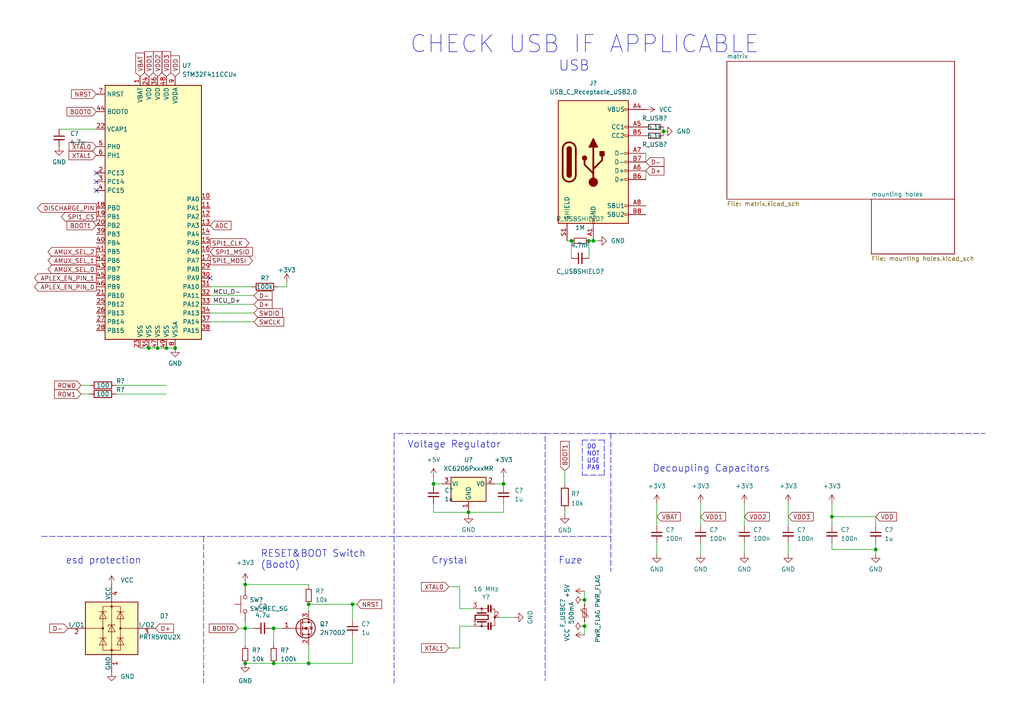
<source format=kicad_sch>
(kicad_sch (version 20211123) (generator eeschema)
  (paper "A4")
  (lib_symbols
    (symbol "Connector:USB_C_Receptacle_USB2.0" (pin_names (offset 1.016))
      (property "Reference" "J" (at -10.16 19.05 0))
      (property "Value" "USB_C_Receptacle_USB2.0" (at 19.05 19.05 0))
      (symbol "USB_C_Receptacle_USB2.0_0_0"
        (rectangle (start -0.254 -17.78) (end 0.254 -16.764))
        (rectangle (start 10.16 -14.986) (end 9.144 -15.494))
        (rectangle (start 10.16 -12.446) (end 9.144 -12.954))
        (rectangle (start 10.16 -4.826) (end 9.144 -5.334))
        (rectangle (start 10.16 -2.286) (end 9.144 -2.794))
        (rectangle (start 10.16 0.254) (end 9.144 -0.254))
        (rectangle (start 10.16 2.794) (end 9.144 2.286))
        (rectangle (start 10.16 7.874) (end 9.144 7.366))
        (rectangle (start 10.16 10.414) (end 9.144 9.906))
        (rectangle (start 10.16 15.494) (end 9.144 14.986))
      )
      (symbol "USB_C_Receptacle_USB2.0_0_1"
        (rectangle (start -10.16 17.78) (end 10.16 -17.78) (stroke (width 0.254)) (fill (type background)))
        (arc (start -8.89 -3.81) (mid -6.985 -5.715) (end -5.08 -3.81) (stroke (width 0.508)))
        (arc (start -7.62 -3.81) (mid -6.985 -4.445) (end -6.35 -3.81) (stroke (width 0.254)))
        (arc (start -7.62 -3.81) (mid -6.985 -4.445) (end -6.35 -3.81) (stroke (width 0.254)) (fill (type outline)))
        (rectangle (start -7.62 -3.81) (end -6.35 3.81) (stroke (width 0.254)) (fill (type outline)))
        (arc (start -6.35 3.81) (mid -6.985 4.445) (end -7.62 3.81) (stroke (width 0.254)))
        (arc (start -6.35 3.81) (mid -6.985 4.445) (end -7.62 3.81) (stroke (width 0.254)) (fill (type outline)))
        (arc (start -5.08 3.81) (mid -6.985 5.715) (end -8.89 3.81) (stroke (width 0.508)))
        (circle (center -2.54 1.143) (radius 0.635) (stroke (width 0.254)) (fill (type outline)))
        (circle (center 0 -5.842) (radius 1.27) (fill (type outline)))
        (polyline (pts (xy -8.89 -3.81) (xy -8.89 3.81)) (stroke (width 0.508)))
        (polyline (pts (xy -5.08 3.81) (xy -5.08 -3.81)) (stroke (width 0.508)))
        (polyline (pts (xy 0 -5.842) (xy 0 4.318)) (stroke (width 0.508)))
        (polyline (pts (xy 0 -3.302) (xy -2.54 -0.762) (xy -2.54 0.508)) (stroke (width 0.508)))
        (polyline (pts (xy 0 -2.032) (xy 2.54 0.508) (xy 2.54 1.778)) (stroke (width 0.508)))
        (polyline (pts (xy -1.27 4.318) (xy 0 6.858) (xy 1.27 4.318) (xy -1.27 4.318)) (stroke (width 0.254)) (fill (type outline)))
        (rectangle (start 1.905 1.778) (end 3.175 3.048) (stroke (width 0.254)) (fill (type outline)))
      )
      (symbol "USB_C_Receptacle_USB2.0_1_1"
        (pin passive line (at 0 -22.86 90) (length 5.08) (name "GND") (number "A1"))
        (pin passive line (at 0 -22.86 90) (length 5.08) hide (name "GND") (number "A12"))
        (pin passive line (at 15.24 15.24 180) (length 5.08) (name "VBUS") (number "A4"))
        (pin bidirectional line (at 15.24 10.16 180) (length 5.08) (name "CC1") (number "A5"))
        (pin bidirectional line (at 15.24 -2.54 180) (length 5.08) (name "D+") (number "A6"))
        (pin bidirectional line (at 15.24 2.54 180) (length 5.08) (name "D-") (number "A7"))
        (pin bidirectional line (at 15.24 -12.7 180) (length 5.08) (name "SBU1") (number "A8"))
        (pin passive line (at 15.24 15.24 180) (length 5.08) hide (name "VBUS") (number "A9"))
        (pin passive line (at 0 -22.86 90) (length 5.08) hide (name "GND") (number "B1"))
        (pin passive line (at 0 -22.86 90) (length 5.08) hide (name "GND") (number "B12"))
        (pin passive line (at 15.24 15.24 180) (length 5.08) hide (name "VBUS") (number "B4"))
        (pin bidirectional line (at 15.24 7.62 180) (length 5.08) (name "CC2") (number "B5"))
        (pin bidirectional line (at 15.24 -5.08 180) (length 5.08) (name "D+") (number "B6"))
        (pin bidirectional line (at 15.24 0 180) (length 5.08) (name "D-") (number "B7"))
        (pin bidirectional line (at 15.24 -15.24 180) (length 5.08) (name "SBU2") (number "B8"))
        (pin passive line (at 15.24 15.24 180) (length 5.08) hide (name "VBUS") (number "B9"))
        (pin passive line (at -7.62 -22.86 90) (length 5.08) (name "SHIELD") (number "S1"))
      )
    )
    (symbol "Device:C_Small" (pin_numbers hide) (pin_names (offset 0.254) hide)
      (property "Reference" "C" (at 0.254 1.778 0))
      (property "Value" "C_Small" (at 0.254 -2.032 0))
      (symbol "C_Small_0_1"
        (polyline (pts (xy -1.524 -0.508) (xy 1.524 -0.508)) (stroke (width 0.3302)))
        (polyline (pts (xy -1.524 0.508) (xy 1.524 0.508)) (stroke (width 0.3048)))
      )
      (symbol "C_Small_1_1"
        (pin passive line (at 0 2.54 270) (length 2.032) (name "~") (number "1"))
        (pin passive line (at 0 -2.54 90) (length 2.032) (name "~") (number "2"))
      )
    )
    (symbol "Device:Polyfuse_Small" (pin_numbers hide) (pin_names (offset 0))
      (property "Reference" "F" (at -1.905 0 90))
      (property "Value" "Polyfuse_Small" (at 1.905 0 90))
      (symbol "Polyfuse_Small_0_1"
        (rectangle (start -0.508 1.27) (end 0.508 -1.27))
        (polyline (pts (xy 0 2.54) (xy 0 -2.54)))
        (polyline (pts (xy -1.016 1.27) (xy -1.016 0.762) (xy 1.016 -0.762) (xy 1.016 -1.27)))
      )
      (symbol "Polyfuse_Small_1_1"
        (pin passive line (at 0 2.54 270) (length 0.635) (name "~") (number "1"))
        (pin passive line (at 0 -2.54 90) (length 0.635) (name "~") (number "2"))
      )
    )
    (symbol "Device:R" (pin_numbers hide) (pin_names (offset 0))
      (property "Reference" "R" (at 2.032 0 90))
      (property "Value" "R" (at 0 0 90))
      (symbol "R_0_1"
        (rectangle (start -1.016 -2.54) (end 1.016 2.54) (stroke (width 0.254)))
      )
      (symbol "R_1_1"
        (pin passive line (at 0 3.81 270) (length 1.27) (name "~") (number "1"))
        (pin passive line (at 0 -3.81 90) (length 1.27) (name "~") (number "2"))
      )
    )
    (symbol "Device:R_Small" (pin_numbers hide) (pin_names (offset 0.254) hide)
      (property "Reference" "R" (at 0.762 0.508 0))
      (property "Value" "R_Small" (at 0.762 -1.016 0))
      (symbol "R_Small_0_1"
        (rectangle (start -0.762 1.778) (end 0.762 -1.778) (stroke (width 0.2032)))
      )
      (symbol "R_Small_1_1"
        (pin passive line (at 0 2.54 270) (length 0.762) (name "~") (number "1"))
        (pin passive line (at 0 -2.54 90) (length 0.762) (name "~") (number "2"))
      )
    )
    (symbol "Device:Resonator_Small" (pin_names (offset 1.016) hide)
      (property "Reference" "Y" (at 3.175 1.905 0))
      (property "Value" "Resonator_Small" (at 3.175 0 0))
      (symbol "Resonator_Small_0_1"
        (rectangle (start -3.556 -2.54) (end -1.524 -2.794) (fill (type outline)))
        (rectangle (start -3.556 -1.778) (end -1.524 -2.032) (fill (type outline)))
        (circle (center -2.54 0) (radius 0.254) (fill (type outline)))
        (rectangle (start -0.635 1.905) (end 0.635 -1.905) (stroke (width 0.3048)))
        (circle (center 0 -3.81) (radius 0.254) (fill (type outline)))
        (polyline (pts (xy -2.54 -1.778) (xy -2.54 0)))
        (polyline (pts (xy -2.54 0) (xy -1.397 0)))
        (polyline (pts (xy -2.54 1.27) (xy -2.54 0)))
        (polyline (pts (xy -1.27 -1.27) (xy -1.27 1.27)) (stroke (width 0.381)))
        (polyline (pts (xy 1.27 -1.27) (xy 1.27 1.27)) (stroke (width 0.381)))
        (polyline (pts (xy 1.27 0) (xy 2.54 0)))
        (polyline (pts (xy 2.54 0) (xy 2.54 -1.778)))
        (polyline (pts (xy 2.54 1.27) (xy 2.54 0)))
        (polyline (pts (xy 2.413 -2.794) (xy 2.413 -3.81) (xy -2.413 -3.81) (xy -2.413 -2.667)))
        (rectangle (start 1.524 -2.54) (end 3.556 -2.794) (fill (type outline)))
        (rectangle (start 1.524 -1.778) (end 3.556 -2.032) (fill (type outline)))
        (circle (center 2.54 0) (radius 0.254) (fill (type outline)))
      )
      (symbol "Resonator_Small_1_1"
        (pin passive line (at -2.54 2.54 270) (length 1.27) (name "1") (number "1"))
        (pin passive line (at 0 -5.08 90) (length 1.27) (name "2") (number "2"))
        (pin passive line (at 2.54 2.54 270) (length 1.27) (name "3") (number "3"))
      )
    )
    (symbol "MCU_ST_STM32F4:STM32F411CCUx"
      (property "Reference" "U" (at -15.24 36.83 0))
      (property "Value" "STM32F411CCUx" (at 7.62 36.83 0))
      (symbol "STM32F411CCUx_0_1"
        (rectangle (start -15.24 -38.1) (end 12.7 35.56) (stroke (width 0.254)) (fill (type background)))
      )
      (symbol "STM32F411CCUx_1_1"
        (pin power_in line (at -5.08 38.1 270) (length 2.54) (name "VBAT") (number "1"))
        (pin bidirectional line (at 15.24 2.54 180) (length 2.54) (name "PA0") (number "10"))
        (pin bidirectional line (at 15.24 0 180) (length 2.54) (name "PA1") (number "11"))
        (pin bidirectional line (at 15.24 -2.54 180) (length 2.54) (name "PA2") (number "12"))
        (pin bidirectional line (at 15.24 -5.08 180) (length 2.54) (name "PA3") (number "13"))
        (pin bidirectional line (at 15.24 -7.62 180) (length 2.54) (name "PA4") (number "14"))
        (pin bidirectional line (at 15.24 -10.16 180) (length 2.54) (name "PA5") (number "15"))
        (pin bidirectional line (at 15.24 -12.7 180) (length 2.54) (name "PA6") (number "16"))
        (pin bidirectional line (at 15.24 -15.24 180) (length 2.54) (name "PA7") (number "17"))
        (pin bidirectional line (at -17.78 0 0) (length 2.54) (name "PB0") (number "18"))
        (pin bidirectional line (at -17.78 -2.54 0) (length 2.54) (name "PB1") (number "19"))
        (pin bidirectional line (at -17.78 10.16 0) (length 2.54) (name "PC13") (number "2"))
        (pin bidirectional line (at -17.78 -5.08 0) (length 2.54) (name "PB2") (number "20"))
        (pin bidirectional line (at -17.78 -25.4 0) (length 2.54) (name "PB10") (number "21"))
        (pin power_in line (at -17.78 22.86 0) (length 2.54) (name "VCAP1") (number "22"))
        (pin power_in line (at -5.08 -40.64 90) (length 2.54) (name "VSS") (number "23"))
        (pin power_in line (at -2.54 38.1 270) (length 2.54) (name "VDD") (number "24"))
        (pin bidirectional line (at -17.78 -27.94 0) (length 2.54) (name "PB12") (number "25"))
        (pin bidirectional line (at -17.78 -30.48 0) (length 2.54) (name "PB13") (number "26"))
        (pin bidirectional line (at -17.78 -33.02 0) (length 2.54) (name "PB14") (number "27"))
        (pin bidirectional line (at -17.78 -35.56 0) (length 2.54) (name "PB15") (number "28"))
        (pin bidirectional line (at 15.24 -17.78 180) (length 2.54) (name "PA8") (number "29"))
        (pin bidirectional line (at -17.78 7.62 0) (length 2.54) (name "PC14") (number "3"))
        (pin bidirectional line (at 15.24 -20.32 180) (length 2.54) (name "PA9") (number "30"))
        (pin bidirectional line (at 15.24 -22.86 180) (length 2.54) (name "PA10") (number "31"))
        (pin bidirectional line (at 15.24 -25.4 180) (length 2.54) (name "PA11") (number "32"))
        (pin bidirectional line (at 15.24 -27.94 180) (length 2.54) (name "PA12") (number "33"))
        (pin bidirectional line (at 15.24 -30.48 180) (length 2.54) (name "PA13") (number "34"))
        (pin power_in line (at -2.54 -40.64 90) (length 2.54) (name "VSS") (number "35"))
        (pin power_in line (at 0 38.1 270) (length 2.54) (name "VDD") (number "36"))
        (pin bidirectional line (at 15.24 -33.02 180) (length 2.54) (name "PA14") (number "37"))
        (pin bidirectional line (at 15.24 -35.56 180) (length 2.54) (name "PA15") (number "38"))
        (pin bidirectional line (at -17.78 -7.62 0) (length 2.54) (name "PB3") (number "39"))
        (pin bidirectional line (at -17.78 5.08 0) (length 2.54) (name "PC15") (number "4"))
        (pin bidirectional line (at -17.78 -10.16 0) (length 2.54) (name "PB4") (number "40"))
        (pin bidirectional line (at -17.78 -12.7 0) (length 2.54) (name "PB5") (number "41"))
        (pin bidirectional line (at -17.78 -15.24 0) (length 2.54) (name "PB6") (number "42"))
        (pin bidirectional line (at -17.78 -17.78 0) (length 2.54) (name "PB7") (number "43"))
        (pin input line (at -17.78 27.94 0) (length 2.54) (name "BOOT0") (number "44"))
        (pin bidirectional line (at -17.78 -20.32 0) (length 2.54) (name "PB8") (number "45"))
        (pin bidirectional line (at -17.78 -22.86 0) (length 2.54) (name "PB9") (number "46"))
        (pin power_in line (at 0 -40.64 90) (length 2.54) (name "VSS") (number "47"))
        (pin power_in line (at 2.54 38.1 270) (length 2.54) (name "VDD") (number "48"))
        (pin power_in line (at 2.54 -40.64 90) (length 2.54) (name "VSS") (number "49"))
        (pin input line (at -17.78 17.78 0) (length 2.54) (name "PH0") (number "5"))
        (pin input line (at -17.78 15.24 0) (length 2.54) (name "PH1") (number "6"))
        (pin input line (at -17.78 33.02 0) (length 2.54) (name "NRST") (number "7"))
        (pin power_in line (at 5.08 -40.64 90) (length 2.54) (name "VSSA") (number "8"))
        (pin power_in line (at 5.08 38.1 270) (length 2.54) (name "VDDA") (number "9"))
      )
    )
    (symbol "Power_Protection:PRTR5V0U2X" (pin_names (offset 0))
      (property "Reference" "D" (at 2.794 8.636 0))
      (property "Value" "PRTR5V0U2X" (at 8.128 -9.398 0))
      (symbol "PRTR5V0U2X_0_1"
        (rectangle (start -7.62 -7.62) (end 7.62 7.62) (stroke (width 0.254)) (fill (type background)))
        (circle (center -2.54 0) (radius 0.254) (fill (type outline)))
        (rectangle (start -2.54 6.35) (end 2.54 -6.35))
        (circle (center 0 -6.35) (radius 0.254) (fill (type outline)))
        (polyline (pts (xy -2.54 0) (xy -7.62 0)))
        (polyline (pts (xy -1.524 -2.794) (xy -3.556 -2.794)))
        (polyline (pts (xy -1.524 4.826) (xy -3.556 4.826)))
        (polyline (pts (xy 0 -7.62) (xy 0 7.62)))
        (polyline (pts (xy 1.524 -2.794) (xy 3.556 -2.794)))
        (polyline (pts (xy 1.524 4.826) (xy 3.556 4.826)))
        (polyline (pts (xy 2.54 0) (xy 7.62 0)))
        (polyline (pts (xy 1.016 1.016) (xy -1.016 1.016) (xy -1.016 0.508)))
        (polyline (pts (xy -3.556 -4.826) (xy -1.524 -4.826) (xy -2.54 -2.794) (xy -3.556 -4.826)))
        (polyline (pts (xy -3.556 2.794) (xy -1.524 2.794) (xy -2.54 4.826) (xy -3.556 2.794)))
        (polyline (pts (xy -1.016 -1.016) (xy 1.016 -1.016) (xy 0 1.016) (xy -1.016 -1.016)))
        (polyline (pts (xy 3.556 -4.826) (xy 1.524 -4.826) (xy 2.54 -2.794) (xy 3.556 -4.826)))
        (polyline (pts (xy 3.556 2.794) (xy 1.524 2.794) (xy 2.54 4.826) (xy 3.556 2.794)))
        (circle (center 0 6.35) (radius 0.254) (fill (type outline)))
        (circle (center 2.54 0) (radius 0.254) (fill (type outline)))
      )
      (symbol "PRTR5V0U2X_1_1"
        (pin passive line (at 0 -12.7 90) (length 5.08) (name "GND") (number "1"))
        (pin passive line (at -12.7 0 0) (length 5.08) (name "I/O1") (number "2"))
        (pin passive line (at 12.7 0 180) (length 5.08) (name "I/O2") (number "3"))
        (pin passive line (at 0 12.7 270) (length 5.08) (name "VCC") (number "4"))
      )
    )
    (symbol "Regulator_Linear:XC6206PxxxMR" (pin_names (offset 0.254))
      (property "Reference" "U" (at -3.81 3.175 0))
      (property "Value" "XC6206PxxxMR" (at 0 3.175 0))
      (symbol "XC6206PxxxMR_0_1"
        (rectangle (start -5.08 1.905) (end 5.08 -5.08) (stroke (width 0.254)) (fill (type background)))
      )
      (symbol "XC6206PxxxMR_1_1"
        (pin power_in line (at 0 -7.62 90) (length 2.54) (name "GND") (number "1"))
        (pin power_out line (at 7.62 0 180) (length 2.54) (name "VO") (number "2"))
        (pin power_in line (at -7.62 0 0) (length 2.54) (name "VI") (number "3"))
      )
    )
    (symbol "Switch:SW_MEC_5G" (pin_numbers hide) (pin_names (offset 1.016) hide)
      (property "Reference" "SW" (at 1.27 2.54 0))
      (property "Value" "SW_MEC_5G" (at 0 -1.524 0))
      (symbol "SW_MEC_5G_0_1"
        (circle (center -2.032 0) (radius 0.508))
        (polyline (pts (xy 0 1.27) (xy 0 3.048)))
        (polyline (pts (xy 2.54 1.27) (xy -2.54 1.27)))
        (circle (center 2.032 0) (radius 0.508))
        (pin passive line (at -5.08 0 0) (length 2.54) (name "A") (number "1"))
        (pin passive line (at 5.08 0 180) (length 2.54) (name "B") (number "3"))
      )
      (symbol "SW_MEC_5G_1_1"
        (pin passive line (at -5.08 0 0) (length 2.54) hide (name "A") (number "2"))
        (pin passive line (at 5.08 0 180) (length 2.54) hide (name "B") (number "4"))
      )
    )
    (symbol "Transistor_FET:2N7002" (pin_names hide)
      (property "Reference" "Q" (at 5.08 1.905 0))
      (property "Value" "2N7002" (at 5.08 0 0))
      (symbol "2N7002_0_1"
        (polyline (pts (xy 0.254 0) (xy -2.54 0)))
        (polyline (pts (xy 0.254 1.905) (xy 0.254 -1.905)) (stroke (width 0.254)))
        (polyline (pts (xy 0.762 -1.27) (xy 0.762 -2.286)) (stroke (width 0.254)))
        (polyline (pts (xy 0.762 0.508) (xy 0.762 -0.508)) (stroke (width 0.254)))
        (polyline (pts (xy 0.762 2.286) (xy 0.762 1.27)) (stroke (width 0.254)))
        (polyline (pts (xy 2.54 2.54) (xy 2.54 1.778)))
        (polyline (pts (xy 2.54 -2.54) (xy 2.54 0) (xy 0.762 0)))
        (polyline (pts (xy 0.762 -1.778) (xy 3.302 -1.778) (xy 3.302 1.778) (xy 0.762 1.778)))
        (polyline (pts (xy 1.016 0) (xy 2.032 0.381) (xy 2.032 -0.381) (xy 1.016 0)) (fill (type outline)))
        (polyline (pts (xy 2.794 0.508) (xy 2.921 0.381) (xy 3.683 0.381) (xy 3.81 0.254)))
        (polyline (pts (xy 3.302 0.381) (xy 2.921 -0.254) (xy 3.683 -0.254) (xy 3.302 0.381)))
        (circle (center 1.651 0) (radius 2.794) (stroke (width 0.254)))
        (circle (center 2.54 -1.778) (radius 0.254) (fill (type outline)))
        (circle (center 2.54 1.778) (radius 0.254) (fill (type outline)))
      )
      (symbol "2N7002_1_1"
        (pin input line (at -5.08 0 0) (length 2.54) (name "G") (number "1"))
        (pin passive line (at 2.54 -5.08 90) (length 2.54) (name "S") (number "2"))
        (pin passive line (at 2.54 5.08 270) (length 2.54) (name "D") (number "3"))
      )
    )
    (symbol "power:+3.3V" (power) (pin_names (offset 0))
      (property "Value" "+3.3V" (at 0 3.556 0))
      (symbol "+3.3V_0_1"
        (polyline (pts (xy -0.762 1.27) (xy 0 2.54)))
        (polyline (pts (xy 0 0) (xy 0 2.54)))
        (polyline (pts (xy 0 2.54) (xy 0.762 1.27)))
      )
      (symbol "+3.3V_1_1"
        (pin power_in line (at 0 0 90) (length 0) hide (name "+3V3") (number "1"))
      )
    )
    (symbol "power:+3V3" (power) (pin_names (offset 0))
      (property "Value" "+3V3" (at 0 3.556 0))
      (symbol "+3V3_0_1"
        (polyline (pts (xy -0.762 1.27) (xy 0 2.54)))
        (polyline (pts (xy 0 0) (xy 0 2.54)))
        (polyline (pts (xy 0 2.54) (xy 0.762 1.27)))
      )
      (symbol "+3V3_1_1"
        (pin power_in line (at 0 0 90) (length 0) hide (name "+3V3") (number "1"))
      )
    )
    (symbol "power:+5V" (power) (pin_names (offset 0))
      (property "Value" "+5V" (at 0 3.556 0))
      (symbol "+5V_0_1"
        (polyline (pts (xy -0.762 1.27) (xy 0 2.54)))
        (polyline (pts (xy 0 0) (xy 0 2.54)))
        (polyline (pts (xy 0 2.54) (xy 0.762 1.27)))
      )
      (symbol "+5V_1_1"
        (pin power_in line (at 0 0 90) (length 0) hide (name "+5V") (number "1"))
      )
    )
    (symbol "power:GND" (power) (pin_names (offset 0))
      (property "Value" "GND" (at 0 -3.81 0))
      (symbol "GND_0_1"
        (polyline (pts (xy 0 0) (xy 0 -1.27) (xy 1.27 -1.27) (xy 0 -2.54) (xy -1.27 -1.27) (xy 0 -1.27)))
      )
      (symbol "GND_1_1"
        (pin power_in line (at 0 0 270) (length 0) hide (name "GND") (number "1"))
      )
    )
    (symbol "power:PWR_FLAG" (power) (pin_numbers hide) (pin_names (offset 0) hide)
      (property "Value" "PWR_FLAG" (at 0 3.81 0))
      (symbol "PWR_FLAG_0_0"
        (pin power_out line (at 0 0 90) (length 0) (name "pwr") (number "1"))
      )
      (symbol "PWR_FLAG_0_1"
        (polyline (pts (xy 0 0) (xy 0 1.27) (xy -1.016 1.905) (xy 0 2.54) (xy 1.016 1.905) (xy 0 1.27)))
      )
    )
    (symbol "power:VCC" (power) (pin_names (offset 0))
      (property "Value" "VCC" (at 0 3.81 0))
      (symbol "VCC_0_1"
        (polyline (pts (xy -0.762 1.27) (xy 0 2.54)))
        (polyline (pts (xy 0 0) (xy 0 2.54)))
        (polyline (pts (xy 0 2.54) (xy 0.762 1.27)))
      )
      (symbol "VCC_1_1"
        (pin power_in line (at 0 0 90) (length 0) hide (name "VCC") (number "1"))
      )
    )
  )
  (junction (at 170.815 69.85))
  (junction (at 169.545 173.99))
  (junction (at 45.72 100.965))
  (junction (at 241.3 149.86))
  (junction (at 48.26 100.965))
  (junction (at 71.12 192.405))
  (junction (at 125.73 140.335))
  (junction (at 102.235 175.26))
  (junction (at 169.545 181.61))
  (junction (at 43.18 100.965))
  (junction (at 192.405 38.1))
  (junction (at 71.12 169.545))
  (junction (at 165.735 69.85))
  (junction (at 172.085 69.85))
  (junction (at 89.535 192.405))
  (junction (at 79.375 182.245))
  (junction (at 135.89 148.59))
  (junction (at 89.535 175.26))
  (junction (at 50.8 100.965))
  (junction (at 146.05 140.335))
  (junction (at 79.375 192.405))
  (junction (at 71.12 182.245))
  (junction (at 254 159.385))
  (no_connect (at 27.94 50.165))
  (no_connect (at 27.94 52.705))
  (no_connect (at 27.94 55.245))
  (no_connect (at 60.96 80.645))
  (wire (pts (xy 165.735 69.85) (xy 165.735 74.93)))
  (wire (pts (xy 102.235 179.705) (xy 102.235 175.26)))
  (wire (pts (xy 135.89 147.955) (xy 135.89 148.59)))
  (polyline (pts (xy 168.91 137.795) (xy 175.26 137.795)))
  (wire (pts (xy 133.35 187.96) (xy 133.35 181.61)))
  (wire (pts (xy 192.405 36.83) (xy 192.405 38.1)))
  (wire (pts (xy 135.89 148.59) (xy 135.89 149.225)))
  (wire (pts (xy 133.35 181.61) (xy 137.16 181.61)))
  (polyline (pts (xy 114.3 125.73) (xy 114.3 155.575)))
  (wire (pts (xy 33.655 111.76) (xy 48.26 111.76)))
  (wire (pts (xy 254 159.385) (xy 254 160.655)))
  (wire (pts (xy 60.96 90.805) (xy 73.66 90.805)))
  (wire (pts (xy 102.235 175.26) (xy 103.505 175.26)))
  (wire (pts (xy 169.545 181.61) (xy 169.545 180.34)))
  (wire (pts (xy 89.535 177.165) (xy 89.535 175.26)))
  (wire (pts (xy 73.66 93.345) (xy 60.96 93.345)))
  (wire (pts (xy 60.96 85.725) (xy 73.66 85.725)))
  (polyline (pts (xy 158.115 125.73) (xy 114.3 125.73)))
  (wire (pts (xy 125.73 140.97) (xy 125.73 140.335)))
  (wire (pts (xy 241.3 159.385) (xy 254 159.385)))
  (wire (pts (xy 192.405 38.1) (xy 192.405 39.37)))
  (polyline (pts (xy 158.115 125.73) (xy 177.165 125.73)))
  (wire (pts (xy 79.375 192.405) (xy 89.535 192.405)))
  (wire (pts (xy 143.51 140.335) (xy 146.05 140.335)))
  (wire (pts (xy 254 149.86) (xy 254 152.4)))
  (wire (pts (xy 73.025 83.185) (xy 60.96 83.185)))
  (wire (pts (xy 83.185 83.185) (xy 83.185 81.915)))
  (wire (pts (xy 89.535 192.405) (xy 89.535 187.325)))
  (wire (pts (xy 48.26 100.965) (xy 50.8 100.965)))
  (wire (pts (xy 135.89 148.59) (xy 146.05 148.59)))
  (wire (pts (xy 33.655 114.3) (xy 48.26 114.3)))
  (wire (pts (xy 79.375 182.245) (xy 81.915 182.245)))
  (wire (pts (xy 190.5 157.48) (xy 190.5 160.655)))
  (wire (pts (xy 241.3 149.86) (xy 241.3 152.4)))
  (wire (pts (xy 146.05 148.59) (xy 146.05 146.05)))
  (wire (pts (xy 215.9 146.05) (xy 215.9 152.4)))
  (wire (pts (xy 137.16 176.53) (xy 133.35 176.53)))
  (wire (pts (xy 203.2 146.05) (xy 203.2 152.4)))
  (wire (pts (xy 163.83 136.525) (xy 163.83 140.335)))
  (wire (pts (xy 190.5 146.05) (xy 190.5 152.4)))
  (wire (pts (xy 170.815 69.85) (xy 170.815 74.93)))
  (wire (pts (xy 71.12 180.34) (xy 71.12 182.245)))
  (wire (pts (xy 172.085 69.85) (xy 173.355 69.85)))
  (wire (pts (xy 228.6 157.48) (xy 228.6 160.655)))
  (wire (pts (xy 102.235 192.405) (xy 102.235 184.785)))
  (wire (pts (xy 130.175 170.18) (xy 133.35 170.18)))
  (wire (pts (xy 241.3 146.05) (xy 241.3 149.86)))
  (wire (pts (xy 146.05 140.335) (xy 146.05 138.43)))
  (wire (pts (xy 40.64 100.965) (xy 43.18 100.965)))
  (wire (pts (xy 71.12 169.545) (xy 71.12 170.18)))
  (wire (pts (xy 130.175 187.96) (xy 133.35 187.96)))
  (wire (pts (xy 241.3 149.86) (xy 254 149.86)))
  (wire (pts (xy 71.12 192.405) (xy 79.375 192.405)))
  (wire (pts (xy 169.545 175.26) (xy 169.545 173.99)))
  (wire (pts (xy 23.495 111.76) (xy 26.035 111.76)))
  (wire (pts (xy 71.12 169.545) (xy 89.535 169.545)))
  (wire (pts (xy 254 157.48) (xy 254 159.385)))
  (wire (pts (xy 79.375 187.325) (xy 79.375 182.245)))
  (wire (pts (xy 43.18 100.965) (xy 45.72 100.965)))
  (wire (pts (xy 241.3 157.48) (xy 241.3 159.385)))
  (wire (pts (xy 60.96 88.265) (xy 73.66 88.265)))
  (wire (pts (xy 170.815 69.85) (xy 172.085 69.85)))
  (polyline (pts (xy 177.165 125.73) (xy 285.75 125.73)))
  (wire (pts (xy 203.2 157.48) (xy 203.2 160.655)))
  (wire (pts (xy 187.325 49.53) (xy 187.325 52.07)))
  (wire (pts (xy 133.35 176.53) (xy 133.35 170.18)))
  (wire (pts (xy 125.73 148.59) (xy 125.73 146.05)))
  (polyline (pts (xy 59.055 155.575) (xy 59.055 198.12)))
  (polyline (pts (xy 114.3 155.575) (xy 114.3 198.12)))
  (wire (pts (xy 45.72 100.965) (xy 48.26 100.965)))
  (wire (pts (xy 164.465 69.85) (xy 165.735 69.85)))
  (polyline (pts (xy 175.26 137.795) (xy 175.26 127.635)))
  (polyline (pts (xy 12.065 155.575) (xy 177.165 155.575)))
  (wire (pts (xy 228.6 146.05) (xy 228.6 152.4)))
  (wire (pts (xy 89.535 192.405) (xy 102.235 192.405)))
  (wire (pts (xy 80.645 83.185) (xy 83.185 83.185)))
  (wire (pts (xy 163.83 147.955) (xy 163.83 149.225)))
  (wire (pts (xy 187.325 44.45) (xy 187.325 46.99)))
  (wire (pts (xy 146.05 140.335) (xy 146.05 140.97)))
  (wire (pts (xy 169.545 173.99) (xy 169.545 171.45)))
  (wire (pts (xy 17.145 37.465) (xy 27.94 37.465)))
  (polyline (pts (xy 168.91 127.635) (xy 168.91 137.795)))
  (wire (pts (xy 135.89 148.59) (xy 125.73 148.59)))
  (wire (pts (xy 23.495 114.3) (xy 26.035 114.3)))
  (polyline (pts (xy 177.165 155.575) (xy 177.165 165.735)))
  (wire (pts (xy 125.73 140.335) (xy 128.27 140.335)))
  (wire (pts (xy 71.12 187.325) (xy 71.12 182.245)))
  (polyline (pts (xy 168.91 127.635) (xy 175.26 127.635)))
  (wire (pts (xy 78.74 182.245) (xy 79.375 182.245)))
  (polyline (pts (xy 158.115 155.575) (xy 158.115 125.73)))
  (wire (pts (xy 71.12 182.245) (xy 73.66 182.245)))
  (wire (pts (xy 89.535 169.545) (xy 89.535 170.18)))
  (wire (pts (xy 169.545 184.15) (xy 169.545 181.61)))
  (polyline (pts (xy 158.115 155.575) (xy 158.115 197.485)))
  (wire (pts (xy 125.73 140.335) (xy 125.73 138.43)))
  (wire (pts (xy 89.535 175.26) (xy 102.235 175.26)))
  (wire (pts (xy 71.12 168.91) (xy 71.12 169.545)))
  (wire (pts (xy 215.9 157.48) (xy 215.9 160.655)))
  (polyline (pts (xy 177.165 125.73) (xy 177.165 155.575)))
  (wire (pts (xy 144.78 179.07) (xy 149.225 179.07)))
  (wire (pts (xy 69.215 182.245) (xy 71.12 182.245)))
  (text "USB			" (at 161.925 20.955 0) (effects (font (size 3 3)) (justify left bottom)))
  (text "RESET&BOOT Switch\n(Boot0)" (at 75.565 165.1 0) (effects (font (size 2 2)) (justify left bottom)))
  (text "CHECK USB IF APPLICABLE" (at 118.745 15.875 0) (effects (font (size 5 5)) (justify left bottom)))
  (text "Voltage Regulator" (at 118.11 130.175 0) (effects (font (size 2 2)) (justify left bottom)))
  (text "esd protection\n" (at 19.05 163.83 0) (effects (font (size 2 2)) (justify left bottom)))
  (text "DO\nNOT\nUSE\nPA9\n" (at 170.18 136.525 0) (effects (font (size 1.27 1.27)) (justify left bottom)))
  (text "Fuze\n" (at 161.925 163.83 0) (effects (font (size 2 2)) (justify left bottom)))
  (text "Crystal" (at 125.095 163.83 0) (effects (font (size 2 2)) (justify left bottom)))
  (text "Decoupling Capacitors" (at 189.23 137.16 0) (effects (font (size 2 2)) (justify left bottom)))
  (label "MCU_D-" (at 69.85 85.725 180))
  (label "MCU_D+" (at 69.85 88.265 180))
  (global_label "XTAL1" (shape input) (at 130.175 187.96 180) (property "Intersheet References" "${INTERSHEET_REFS}" (effects hide)))
  (global_label "VDD" (shape input) (at 254 149.86 0) (property "Intersheet References" "${INTERSHEET_REFS}" (effects hide)))
  (global_label "VDD2" (shape input) (at 45.72 22.225 90) (property "Intersheet References" "${INTERSHEET_REFS}" (effects hide)))
  (global_label "ROW0" (shape input) (at 23.495 111.76 180) (property "Intersheet References" "${INTERSHEET_REFS}" (effects hide)))
  (global_label "DISCHARGE_PIN" (shape output) (at 27.94 60.325 180) (property "Intersheet References" "${INTERSHEET_REFS}" (effects hide)))
  (global_label "VBAT" (shape input) (at 40.64 22.225 90) (property "Intersheet References" "${INTERSHEET_REFS}" (effects hide)))
  (global_label "BOOT1" (shape input) (at 27.94 65.405 180) (property "Intersheet References" "${INTERSHEET_REFS}" (effects hide)))
  (global_label "D+" (shape input) (at 187.325 49.53 0) (property "Intersheet References" "${INTERSHEET_REFS}" (effects hide)))
  (global_label "NRST" (shape input) (at 27.94 27.305 180) (property "Intersheet References" "${INTERSHEET_REFS}" (effects hide)))
  (global_label "SWDIO" (shape input) (at 73.66 90.805 0) (property "Intersheet References" "${INTERSHEET_REFS}" (effects hide)))
  (global_label "SPI1_MSIO" (shape input) (at 60.96 73.025 0) (property "Intersheet References" "${INTERSHEET_REFS}" (effects hide)))
  (global_label "D+" (shape input) (at 45.085 182.245 0) (property "Intersheet References" "${INTERSHEET_REFS}" (effects hide)))
  (global_label "NRST" (shape input) (at 103.505 175.26 0) (property "Intersheet References" "${INTERSHEET_REFS}" (effects hide)))
  (global_label "D-" (shape input) (at 187.325 46.99 0) (property "Intersheet References" "${INTERSHEET_REFS}" (effects hide)))
  (global_label "XTAL0" (shape input) (at 27.94 42.545 180) (property "Intersheet References" "${INTERSHEET_REFS}" (effects hide)))
  (global_label "APLEX_EN_PIN_0" (shape output) (at 27.94 83.185 180) (property "Intersheet References" "${INTERSHEET_REFS}" (effects hide)))
  (global_label "BOOT1" (shape input) (at 163.83 136.525 90) (property "Intersheet References" "${INTERSHEET_REFS}" (effects hide)))
  (global_label "AMUX_SEL_2" (shape output) (at 27.94 73.025 180) (property "Intersheet References" "${INTERSHEET_REFS}" (effects hide)))
  (global_label "VBAT" (shape input) (at 190.5 149.86 0) (property "Intersheet References" "${INTERSHEET_REFS}" (effects hide)))
  (global_label "D-" (shape input) (at 19.685 182.245 180) (property "Intersheet References" "${INTERSHEET_REFS}" (effects hide)))
  (global_label "APLEX_EN_PIN_1" (shape output) (at 27.94 80.645 180) (property "Intersheet References" "${INTERSHEET_REFS}" (effects hide)))
  (global_label "ROW1" (shape input) (at 23.495 114.3 180) (property "Intersheet References" "${INTERSHEET_REFS}" (effects hide)))
  (global_label "AMUX_SEL_0" (shape output) (at 27.94 78.105 180) (property "Intersheet References" "${INTERSHEET_REFS}" (effects hide)))
  (global_label "VDD1" (shape input) (at 203.2 149.86 0) (property "Intersheet References" "${INTERSHEET_REFS}" (effects hide)))
  (global_label "ADC" (shape input) (at 60.96 65.405 0) (property "Intersheet References" "${INTERSHEET_REFS}" (effects hide)))
  (global_label "XTAL1" (shape input) (at 27.94 45.085 180) (property "Intersheet References" "${INTERSHEET_REFS}" (effects hide)))
  (global_label "D+" (shape input) (at 73.66 88.265 0) (property "Intersheet References" "${INTERSHEET_REFS}" (effects hide)))
  (global_label "VDD2" (shape input) (at 215.9 149.86 0) (property "Intersheet References" "${INTERSHEET_REFS}" (effects hide)))
  (global_label "XTAL0" (shape input) (at 130.175 170.18 180) (property "Intersheet References" "${INTERSHEET_REFS}" (effects hide)))
  (global_label "SPI1_CLK" (shape output) (at 60.96 70.485 0) (property "Intersheet References" "${INTERSHEET_REFS}" (effects hide)))
  (global_label "VDD3" (shape input) (at 228.6 149.86 0) (property "Intersheet References" "${INTERSHEET_REFS}" (effects hide)))
  (global_label "SWCLK" (shape input) (at 73.66 93.345 0) (property "Intersheet References" "${INTERSHEET_REFS}" (effects hide)))
  (global_label "SPI1_CS" (shape output) (at 27.94 62.865 180) (property "Intersheet References" "${INTERSHEET_REFS}" (effects hide)))
  (global_label "AMUX_SEL_1" (shape output) (at 27.94 75.565 180) (property "Intersheet References" "${INTERSHEET_REFS}" (effects hide)))
  (global_label "VDD1" (shape input) (at 43.18 22.225 90) (property "Intersheet References" "${INTERSHEET_REFS}" (effects hide)))
  (global_label "VDD3" (shape input) (at 48.26 22.225 90) (property "Intersheet References" "${INTERSHEET_REFS}" (effects hide)))
  (global_label "SPI1_MOSI" (shape output) (at 60.96 75.565 0) (property "Intersheet References" "${INTERSHEET_REFS}" (effects hide)))
  (global_label "BOOT0" (shape input) (at 27.94 32.385 180) (property "Intersheet References" "${INTERSHEET_REFS}" (effects hide)))
  (global_label "D-" (shape input) (at 73.66 85.725 0) (property "Intersheet References" "${INTERSHEET_REFS}" (effects hide)))
  (global_label "VDD" (shape input) (at 50.8 22.225 90) (property "Intersheet References" "${INTERSHEET_REFS}" (effects hide)))
  (global_label "BOOT0" (shape input) (at 69.215 182.245 180) (property "Intersheet References" "${INTERSHEET_REFS}" (effects hide)))
  (symbol (lib_id "Device:R_Small") (at 189.865 36.83 90) (unit 1)
    (property "Reference" "R_USB?" (at 189.865 34.29 90))
    (property "Value" "5.1k" (at 189.865 36.83 90))
    (property "Footprint" "Resistor_SMD:R_0402_1005Metric" (effects hide))
  )
  (symbol (lib_id "power:GND") (at 149.225 179.07 90) (unit 1)
    (property "Reference" "#PWR?" (effects hide))
    (property "Value" "GND" (at 153.7875 179.07 0))
  )
  (symbol (lib_id "Device:Resonator_Small") (at 139.7 179.07 90) (unit 1)
    (property "Reference" "Y?" (at 140.97 173.1518 90))
    (property "Value" "16 MHz" (at 140.97 170.8404 90))
    (property "Footprint" "Crystal:Resonator_SMD_Murata_CSTxExxV-3Pin_3.0x1.1mm" (effects hide))
    (property "LCSC" "C907975" (effects hide))
  )
  (symbol (lib_id "power:+5V") (at 125.73 138.43 0) (unit 1)
    (property "Reference" "#PWR?" (effects hide))
    (property "Value" "+5V" (at 125.73 133.35 0))
  )
  (symbol (lib_id "power:GND") (at 254 160.655 0) (unit 1)
    (property "Reference" "#PWR?" (effects hide))
    (property "Value" "GND" (at 254 165.1 0))
  )
  (symbol (lib_id "Device:R_Small") (at 189.865 39.37 90) (unit 1)
    (property "Reference" "R_USB?" (at 189.865 41.91 90))
    (property "Value" "5.1k" (at 189.865 39.37 90))
    (property "Footprint" "Resistor_SMD:R_0402_1005Metric" (effects hide))
  )
  (symbol (lib_id "Device:C_Small") (at 254 154.94 0) (unit 1)
    (property "Reference" "C?" (at 256.54 153.6762 0) (effects (justify left)))
    (property "Value" "1u" (at 256.54 156.2162 0) (effects (justify left)))
  )
  (symbol (lib_id "power:VCC") (at 187.325 31.75 270) (unit 1)
    (property "Reference" "#PWR?" (effects hide))
    (property "Value" "VCC" (at 191.135 31.7499 90) (effects (justify left)))
  )
  (symbol (lib_id "Device:R_Small") (at 168.275 69.85 90) (unit 1)
    (property "Reference" "R_USBSHIELD?" (at 168.275 63.5 90))
    (property "Value" "1M" (at 168.275 66.04 90))
    (property "Footprint" "Resistor_SMD:R_0402_1005Metric" (effects hide))
  )
  (symbol (lib_id "Device:R") (at 76.835 83.185 90) (unit 1)
    (property "Reference" "R?" (at 75.565 80.645 90) (effects (justify right)))
    (property "Value" "100k" (at 74.295 83.185 90) (effects (justify right)))
    (property "Footprint" "Resistor_SMD:R_0402_1005Metric" (effects hide))
    (property "LCSC" "C25741" (effects hide))
  )
  (symbol (lib_id "power:GND") (at 17.145 42.545 0) (unit 1)
    (property "Reference" "#PWR?" (effects hide))
    (property "Value" "GND" (at 17.145 46.99 0))
  )
  (symbol (lib_id "Device:R") (at 29.845 111.76 270) (unit 1)
    (property "Reference" "R?" (at 33.655 110.49 90) (effects (justify left)))
    (property "Value" "100" (at 27.94 111.76 90) (effects (justify left)))
    (property "Footprint" "Resistor_SMD:R_0402_1005Metric" (effects hide))
    (property "LCSC" "C25076" (effects hide))
  )
  (symbol (lib_id "Device:C_Small") (at 17.145 40.005 0) (unit 1)
    (property "Reference" "C?" (at 20.32 38.7412 0) (effects (justify left)))
    (property "Value" "4.7u" (at 20.32 41.2812 0) (effects (justify left)))
  )
  (symbol (lib_id "power:GND") (at 135.89 149.225 0) (unit 1)
    (property "Reference" "#PWR?" (effects hide))
    (property "Value" "GND" (at 135.89 153.67 0))
  )
  (symbol (lib_id "power:GND") (at 163.83 149.225 0) (unit 1)
    (property "Reference" "#PWR?" (effects hide))
    (property "Value" "GND" (at 163.83 153.7875 0))
  )
  (symbol (lib_id "power:GND") (at 228.6 160.655 0) (unit 1)
    (property "Reference" "#PWR?" (effects hide))
    (property "Value" "GND" (at 228.6 165.1 0))
  )
  (symbol (lib_id "power:+3.3V") (at 83.185 81.915 0) (unit 1)
    (property "Reference" "#PWR?" (effects hide))
    (property "Value" "+3.3V" (at 83.185 78.3105 0))
  )
  (symbol (lib_id "power:GND") (at 71.12 192.405 0) (unit 1)
    (property "Reference" "#PWR?" (effects hide))
    (property "Value" "GND" (at 71.12 197.485 0))
  )
  (symbol (lib_id "Device:C_Small") (at 168.275 74.93 90) (unit 1)
    (property "Reference" "C_USBSHIELD?" (at 168.275 78.74 90))
    (property "Value" "4.7nF" (at 168.2813 71.12 90))
    (property "Footprint" "Capacitor_SMD:C_0402_1005Metric" (effects hide))
  )
  (symbol (lib_id "Transistor_FET:2N7002") (at 86.995 182.245 0) (unit 1)
    (property "Reference" "Q?" (at 92.71 180.9749 0) (effects (justify left)))
    (property "Value" "2N7002" (at 92.71 183.5149 0) (effects (justify left)))
    (property "Footprint" "Package_TO_SOT_SMD:SOT-23" (effects hide))
    (property "Datasheet" "https://www.onsemi.com/pub/Collateral/NDS7002A-D.PDF" (effects hide))
  )
  (symbol (lib_id "power:VCC") (at 169.545 184.15 90) (unit 1)
    (property "Reference" "#PWR?" (effects hide))
    (property "Value" "VCC" (at 164.465 184.15 0))
  )
  (symbol (lib_id "power:GND") (at 173.355 69.85 90) (unit 1)
    (property "Reference" "#PWR?" (effects hide))
    (property "Value" "GND" (at 177.165 69.8499 90) (effects (justify right)))
  )
  (symbol (lib_id "Device:R_Small") (at 71.12 189.865 0) (unit 1)
    (property "Reference" "R?" (at 73.025 188.5949 0) (effects (justify left)))
    (property "Value" "10k" (at 73.025 191.1349 0) (effects (justify left)))
  )
  (symbol (lib_id "Device:C_Small") (at 241.3 154.94 0) (unit 1)
    (property "Reference" "C?" (at 243.84 153.6762 0) (effects (justify left)))
    (property "Value" "100n" (at 243.84 156.2162 0) (effects (justify left)))
  )
  (symbol (lib_id "power:+3V3") (at 71.12 168.91 0) (unit 1)
    (property "Reference" "#PWR?" (effects hide))
    (property "Value" "+3V3" (at 71.12 163.195 0))
  )
  (symbol (lib_id "Connector:USB_C_Receptacle_USB2.0") (at 172.085 46.99 0) (unit 1)
    (property "Reference" "J?" (at 172.085 24.13 0))
    (property "Value" "USB_C_Receptacle_USB2.0" (at 172.085 26.67 0))
    (property "Footprint" "Connector_USB:USB_C_Receptacle_HRO_TYPE-C-31-M-12" (effects hide))
    (property "Datasheet" "https://www.usb.org/sites/default/files/documents/usb_type-c.zip" (effects hide))
  )
  (symbol (lib_id "power:GND") (at 190.5 160.655 0) (unit 1)
    (property "Reference" "#PWR?" (effects hide))
    (property "Value" "GND" (at 190.5 165.1 0))
  )
  (symbol (lib_id "Device:C_Small") (at 203.2 154.94 0) (unit 1)
    (property "Reference" "C?" (at 205.74 153.6762 0) (effects (justify left)))
    (property "Value" "100n" (at 205.74 156.2162 0) (effects (justify left)))
  )
  (symbol (lib_id "Power_Protection:PRTR5V0U2X") (at 32.385 182.245 0) (unit 1)
    (property "Reference" "D?" (at 47.625 178.6636 0))
    (property "Value" "PRTR5V0U2X" (at 46.355 184.785 0))
    (property "Footprint" "Package_TO_SOT_SMD:SOT-143" (effects hide))
    (property "Datasheet" "https://assets.nexperia.com/documents/data-sheet/PRTR5V0U2X.pdf" (effects hide))
  )
  (symbol (lib_id "power:VCC") (at 32.385 169.545 0) (unit 1)
    (property "Reference" "#PWR?" (effects hide))
    (property "Value" "VCC" (at 34.925 168.2749 0) (effects (justify left)))
  )
  (symbol (lib_id "Device:C_Small") (at 146.05 143.51 0) (unit 1)
    (property "Reference" "C?" (at 149.225 142.2462 0) (effects (justify left)))
    (property "Value" "1u" (at 149.225 144.7862 0) (effects (justify left)))
  )
  (symbol (lib_id "Regulator_Linear:XC6206PxxxMR") (at 135.89 140.335 0) (unit 1)
    (property "Reference" "U?" (at 135.89 133.35 0))
    (property "Value" "XC6206PxxxMR" (at 135.89 135.89 0))
    (property "Footprint" "Package_TO_SOT_SMD:SOT-23" (effects hide))
    (property "Datasheet" "https://www.torexsemi.com/file/xc6206/XC6206.pdf" (effects hide))
  )
  (symbol (lib_id "power:GND") (at 32.385 194.945 0) (unit 1)
    (property "Reference" "#PWR?" (effects hide))
    (property "Value" "GND" (at 34.925 196.2149 0) (effects (justify left)))
  )
  (symbol (lib_id "Device:C_Small") (at 125.73 143.51 0) (unit 1)
    (property "Reference" "C?" (at 128.905 142.2462 0) (effects (justify left)))
    (property "Value" "1u" (at 128.905 144.7862 0) (effects (justify left)))
  )
  (symbol (lib_id "power:+5V") (at 169.545 171.45 90) (unit 1)
    (property "Reference" "#PWR?" (effects hide))
    (property "Value" "+5V" (at 164.465 171.45 0))
  )
  (symbol (lib_id "Device:C_Small") (at 215.9 154.94 0) (unit 1)
    (property "Reference" "C?" (at 218.44 153.6762 0) (effects (justify left)))
    (property "Value" "100n" (at 218.44 156.2162 0) (effects (justify left)))
  )
  (symbol (lib_id "Device:Polyfuse_Small") (at 169.545 177.8 180) (unit 1)
    (property "Reference" "F_USBC?" (at 163.195 177.8 90))
    (property "Value" "500mA" (at 165.735 177.8 90))
    (property "Footprint" "Fuse:Fuse_1206_3216Metric" (effects hide))
  )
  (symbol (lib_id "power:+3V3") (at 228.6 146.05 0) (unit 1)
    (property "Reference" "#PWR?" (effects hide))
    (property "Value" "+3V3" (at 228.6 140.97 0))
  )
  (symbol (lib_id "power:GND") (at 215.9 160.655 0) (unit 1)
    (property "Reference" "#PWR?" (effects hide))
    (property "Value" "GND" (at 215.9 165.1 0))
  )
  (symbol (lib_id "Device:C_Small") (at 228.6 154.94 0) (unit 1)
    (property "Reference" "C?" (at 231.14 153.6762 0) (effects (justify left)))
    (property "Value" "100n" (at 231.14 156.2162 0) (effects (justify left)))
  )
  (symbol (lib_id "Device:R_Small") (at 79.375 189.865 0) (unit 1)
    (property "Reference" "R?" (at 81.28 188.5949 0) (effects (justify left)))
    (property "Value" "100k" (at 81.28 191.1349 0) (effects (justify left)))
  )
  (symbol (lib_id "power:GND") (at 203.2 160.655 0) (unit 1)
    (property "Reference" "#PWR?" (effects hide))
    (property "Value" "GND" (at 203.2 165.1 0))
  )
  (symbol (lib_id "Device:C_Small") (at 102.235 182.245 0) (unit 1)
    (property "Reference" "C?" (at 104.775 180.9812 0) (effects (justify left)))
    (property "Value" "1u" (at 104.775 183.5212 0) (effects (justify left)))
  )
  (symbol (lib_id "Device:R") (at 163.83 144.145 180) (unit 1)
    (property "Reference" "R?" (at 165.608 143.2365 0) (effects (justify right)))
    (property "Value" "10k" (at 165.608 146.0116 0) (effects (justify right)))
    (property "Footprint" "Resistor_SMD:R_0402_1005Metric" (effects hide))
    (property "LCSC" "C25744" (effects hide))
  )
  (symbol (lib_id "Device:R") (at 29.845 114.3 90) (unit 1)
    (property "Reference" "R?" (at 36.195 113.03 90) (effects (justify left)))
    (property "Value" "100" (at 31.75 114.3 90) (effects (justify left)))
    (property "Footprint" "Resistor_SMD:R_0402_1005Metric" (effects hide))
    (property "LCSC" "C25076" (effects hide))
  )
  (symbol (lib_id "Device:C_Small") (at 76.2 182.245 90) (unit 1)
    (property "Reference" "C?" (at 76.2063 175.895 90))
    (property "Value" "4.7u" (at 76.2063 178.435 90))
  )
  (symbol (lib_id "power:GND") (at 50.8 100.965 0) (unit 1)
    (property "Reference" "#PWR?" (effects hide))
    (property "Value" "GND" (at 50.8 105.41 0))
  )
  (symbol (lib_id "power:GND") (at 192.405 38.1 90) (unit 1)
    (property "Reference" "#PWR?" (effects hide))
    (property "Value" "GND" (at 196.215 38.0999 90) (effects (justify right)))
  )
  (symbol (lib_id "power:PWR_FLAG") (at 169.545 173.99 90) (unit 1)
    (property "Reference" "#FLG?" (effects hide))
    (property "Value" "PWR_FLAG" (at 173.355 171.45 0))
  )
  (symbol (lib_id "Switch:SW_MEC_5G") (at 71.12 175.26 90) (unit 1)
    (property "Reference" "SW?" (at 72.39 173.9899 90) (effects (justify right)))
    (property "Value" "SW_MEC_5G" (at 72.39 176.5299 90) (effects (justify right)))
    (property "Datasheet" "http://www.apem.com/int/index.php?controller=attachment&id_attachment=488" (effects hide))
  )
  (symbol (lib_id "power:+3V3") (at 190.5 146.05 0) (unit 1)
    (property "Reference" "#PWR?" (effects hide))
    (property "Value" "+3V3" (at 190.5 140.97 0))
  )
  (symbol (lib_id "MCU_ST_STM32F4:STM32F411CCUx") (at 45.72 60.325 0) (unit 1)
    (property "Reference" "U?" (at 52.8194 19.05 0) (effects (justify left)))
    (property "Value" "STM32F411CCUx" (at 52.8194 21.59 0) (effects (justify left)))
    (property "Footprint" "Package_DFN_QFN:QFN-48-1EP_7x7mm_P0.5mm_EP5.6x5.6mm" (effects hide))
    (property "Datasheet" "http://www.st.com/st-web-ui/static/active/en/resource/technical/document/datasheet/DM00115249.pdf" (effects hide))
  )
  (symbol (lib_id "Device:C_Small") (at 190.5 154.94 0) (unit 1)
    (property "Reference" "C?" (at 193.04 153.6762 0) (effects (justify left)))
    (property "Value" "100n" (at 193.04 156.2162 0) (effects (justify left)))
  )
  (symbol (lib_id "Device:R_Small") (at 89.535 172.72 0) (unit 1)
    (property "Reference" "R?" (at 91.44 171.4499 0) (effects (justify left)))
    (property "Value" "10k" (at 91.44 173.9899 0) (effects (justify left)))
  )
  (symbol (lib_id "power:+3V3") (at 203.2 146.05 0) (unit 1)
    (property "Reference" "#PWR?" (effects hide))
    (property "Value" "+3V3" (at 203.2 140.97 0))
  )
  (symbol (lib_id "power:+3V3") (at 241.3 146.05 0) (unit 1)
    (property "Reference" "#PWR?" (effects hide))
    (property "Value" "+3V3" (at 241.3 140.97 0))
  )
  (symbol (lib_id "power:PWR_FLAG") (at 169.545 181.61 90) (unit 1)
    (property "Reference" "#FLG?" (effects hide))
    (property "Value" "PWR_FLAG" (at 173.355 181.61 0))
  )
  (symbol (lib_id "power:+3V3") (at 215.9 146.05 0) (unit 1)
    (property "Reference" "#PWR?" (effects hide))
    (property "Value" "+3V3" (at 215.9 140.97 0))
  )
  (symbol (lib_id "power:+3V3") (at 146.05 138.43 0) (unit 1)
    (property "Reference" "#PWR?" (effects hide))
    (property "Value" "+3V3" (at 146.05 133.35 0))
  )
  (sheet (at 252.73 57.785) (size 24.13 15.875) (stroke (width 0.1524))
    (property "Sheet name" "mounting holes" (at 252.73 57.0734 0) (effects (justify left bottom)))
    (property "Sheet file" "mounting holes.kicad_sch" (at 252.73 74.2446 0) (effects (justify left top)))
  )
  (sheet (at 210.82 17.78) (size 66.04 40.005) (stroke (width 0.1524))
    (property "Sheet name" "matrix" (at 210.82 17.0684 0) (effects (justify left bottom)))
    (property "Sheet file" "matrix.kicad_sch" (at 210.82 58.3696 0) (effects (justify left top)))
  )
)
</source>
